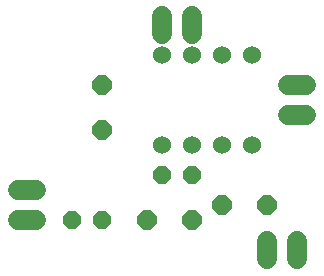
<source format=gbr>
G04 EAGLE Gerber RS-274X export*
G75*
%MOMM*%
%FSLAX34Y34*%
%LPD*%
%INSoldermask Bottom*%
%IPPOS*%
%AMOC8*
5,1,8,0,0,1.08239X$1,22.5*%
G01*
%ADD10P,1.649562X8X202.500000*%
%ADD11P,1.649562X8X22.500000*%
%ADD12C,1.524000*%
%ADD13P,1.759533X8X202.500000*%
%ADD14P,1.759533X8X112.500000*%
%ADD15P,1.759533X8X22.500000*%
%ADD16C,1.727200*%


D10*
X114300Y101600D03*
X88900Y101600D03*
D11*
X165100Y139700D03*
X190500Y139700D03*
D12*
X165100Y165100D03*
X190500Y165100D03*
X190500Y241300D03*
X165100Y241300D03*
X215900Y165100D03*
X241300Y165100D03*
X215900Y241300D03*
X241300Y241300D03*
D13*
X254000Y114300D03*
X215900Y114300D03*
D14*
X114300Y177800D03*
X114300Y215900D03*
D15*
X152400Y101600D03*
X190500Y101600D03*
D16*
X190500Y259080D02*
X190500Y274320D01*
X165100Y274320D02*
X165100Y259080D01*
X58420Y101600D02*
X43180Y101600D01*
X43180Y127000D02*
X58420Y127000D01*
X254000Y83820D02*
X254000Y68580D01*
X279400Y68580D02*
X279400Y83820D01*
X271780Y215900D02*
X287020Y215900D01*
X287020Y190500D02*
X271780Y190500D01*
M02*

</source>
